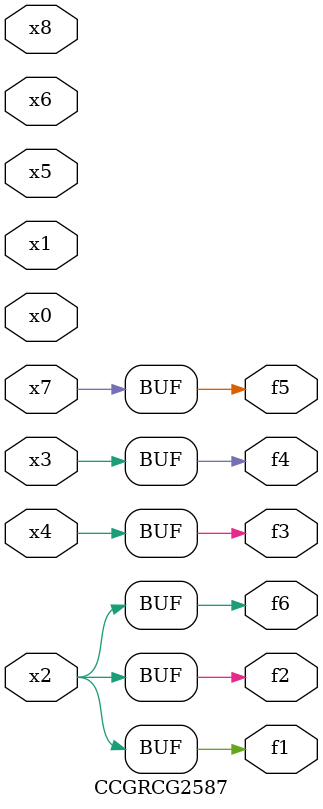
<source format=v>
module CCGRCG2587(
	input x0, x1, x2, x3, x4, x5, x6, x7, x8,
	output f1, f2, f3, f4, f5, f6
);
	assign f1 = x2;
	assign f2 = x2;
	assign f3 = x4;
	assign f4 = x3;
	assign f5 = x7;
	assign f6 = x2;
endmodule

</source>
